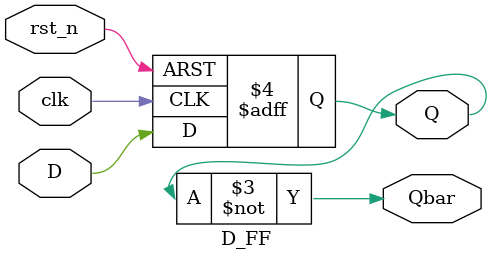
<source format=v>
module D_FF (
    input  wire D,
    input  wire clk,
    input  wire rst_n,
    output reg  Q,
    output wire Qbar
);
    always @(posedge clk or negedge rst_n) begin
        if (!rst_n)
            Q <= 1'b0;
        else
            Q <= D;
    end
    assign Qbar = ~Q;
endmodule


</source>
